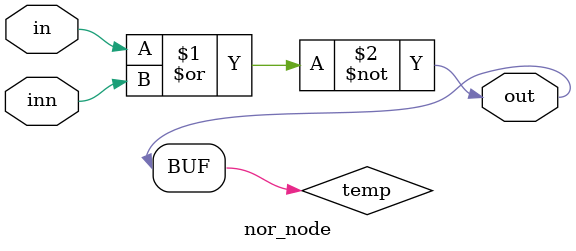
<source format=v>
`define WIDTH 8

module simple_op(a,b,out);
    input   [`WIDTH-1:0]a;
    input   [`WIDTH-1:0]b;
    output  [`WIDTH-1:0]out;
    wire    [`WIDTH-1:0]o;

genvar i;
generate
    for (i = 0; i < `WIDTH;i = i + 1) begin
      nor_node NNOR(                            //Change ***_node N***
        .in(a[i]),.inn(b[i]),
        .out(o[i]));
    end
  endgenerate
  assign out = o;
endmodule

module nor_node(in,inn,out); //Change the title
  input in;
  input inn;
  output out;
  wire temp;
  
  nor(temp,in,inn);         //Change function 
  assign out = temp;
  
endmodule 
</source>
